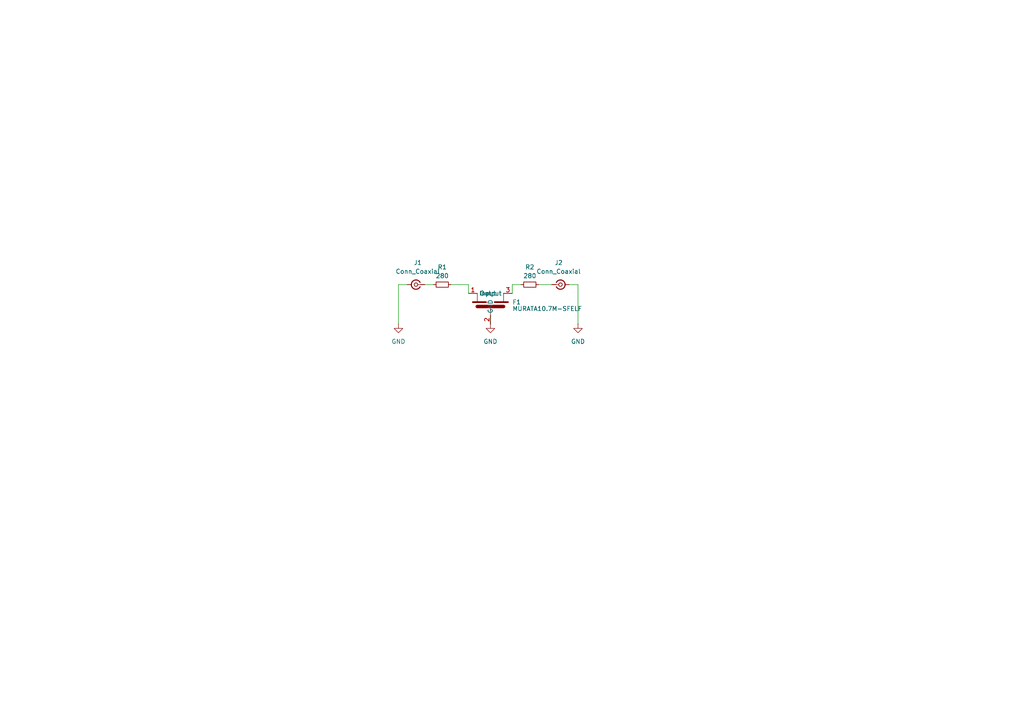
<source format=kicad_sch>
(kicad_sch
	(version 20231120)
	(generator "eeschema")
	(generator_version "8.0")
	(uuid "46bbc6fb-66ff-4425-b9e9-ad5aa84f6d82")
	(paper "A4")
	(lib_symbols
		(symbol "Connector:Conn_Coaxial_Small"
			(pin_numbers hide)
			(pin_names
				(offset 1.016) hide)
			(exclude_from_sim no)
			(in_bom yes)
			(on_board yes)
			(property "Reference" "J"
				(at 0.254 3.048 0)
				(effects
					(font
						(size 1.27 1.27)
					)
				)
			)
			(property "Value" "Conn_Coaxial_Small"
				(at 0 -3.81 0)
				(effects
					(font
						(size 1.27 1.27)
					)
				)
			)
			(property "Footprint" ""
				(at 0 0 0)
				(effects
					(font
						(size 1.27 1.27)
					)
					(hide yes)
				)
			)
			(property "Datasheet" "~"
				(at 0 0 0)
				(effects
					(font
						(size 1.27 1.27)
					)
					(hide yes)
				)
			)
			(property "Description" "small coaxial connector (BNC, SMA, SMB, SMC, Cinch/RCA, LEMO, ...)"
				(at 0 0 0)
				(effects
					(font
						(size 1.27 1.27)
					)
					(hide yes)
				)
			)
			(property "ki_keywords" "BNC SMA SMB SMC LEMO coaxial connector CINCH RCA MCX MMCX U.FL UMRF"
				(at 0 0 0)
				(effects
					(font
						(size 1.27 1.27)
					)
					(hide yes)
				)
			)
			(property "ki_fp_filters" "*BNC* *SMA* *SMB* *SMC* *Cinch* *LEMO* *UMRF* *MCX* *U.FL*"
				(at 0 0 0)
				(effects
					(font
						(size 1.27 1.27)
					)
					(hide yes)
				)
			)
			(symbol "Conn_Coaxial_Small_0_1"
				(polyline
					(pts
						(xy -2.54 0) (xy -0.508 0)
					)
					(stroke
						(width 0)
						(type default)
					)
					(fill
						(type none)
					)
				)
				(circle
					(center 0 0)
					(radius 0.508)
					(stroke
						(width 0.2032)
						(type default)
					)
					(fill
						(type none)
					)
				)
			)
			(symbol "Conn_Coaxial_Small_1_1"
				(arc
					(start -1.1916 -0.6311)
					(mid 0.327 -1.3081)
					(end 1.3484 0.0039)
					(stroke
						(width 0.3048)
						(type default)
					)
					(fill
						(type none)
					)
				)
				(arc
					(start 1.3484 -0.0039)
					(mid 0.327 1.3081)
					(end -1.1916 0.6311)
					(stroke
						(width 0.3048)
						(type default)
					)
					(fill
						(type none)
					)
				)
				(pin passive line
					(at -2.54 0 0)
					(length 1.27)
					(name "In"
						(effects
							(font
								(size 1.27 1.27)
							)
						)
					)
					(number "1"
						(effects
							(font
								(size 1.27 1.27)
							)
						)
					)
				)
				(pin passive line
					(at 2.54 0 180)
					(length 1.27)
					(name "Ext"
						(effects
							(font
								(size 1.27 1.27)
							)
						)
					)
					(number "2"
						(effects
							(font
								(size 1.27 1.27)
							)
						)
					)
				)
			)
		)
		(symbol "Device:R_Small"
			(pin_numbers hide)
			(pin_names
				(offset 0.254) hide)
			(exclude_from_sim no)
			(in_bom yes)
			(on_board yes)
			(property "Reference" "R"
				(at 0.762 0.508 0)
				(effects
					(font
						(size 1.27 1.27)
					)
					(justify left)
				)
			)
			(property "Value" "R_Small"
				(at 0.762 -1.016 0)
				(effects
					(font
						(size 1.27 1.27)
					)
					(justify left)
				)
			)
			(property "Footprint" ""
				(at 0 0 0)
				(effects
					(font
						(size 1.27 1.27)
					)
					(hide yes)
				)
			)
			(property "Datasheet" "~"
				(at 0 0 0)
				(effects
					(font
						(size 1.27 1.27)
					)
					(hide yes)
				)
			)
			(property "Description" "Resistor, small symbol"
				(at 0 0 0)
				(effects
					(font
						(size 1.27 1.27)
					)
					(hide yes)
				)
			)
			(property "ki_keywords" "R resistor"
				(at 0 0 0)
				(effects
					(font
						(size 1.27 1.27)
					)
					(hide yes)
				)
			)
			(property "ki_fp_filters" "R_*"
				(at 0 0 0)
				(effects
					(font
						(size 1.27 1.27)
					)
					(hide yes)
				)
			)
			(symbol "R_Small_0_1"
				(rectangle
					(start -0.762 1.778)
					(end 0.762 -1.778)
					(stroke
						(width 0.2032)
						(type default)
					)
					(fill
						(type none)
					)
				)
			)
			(symbol "R_Small_1_1"
				(pin passive line
					(at 0 2.54 270)
					(length 0.762)
					(name "~"
						(effects
							(font
								(size 1.27 1.27)
							)
						)
					)
					(number "1"
						(effects
							(font
								(size 1.27 1.27)
							)
						)
					)
				)
				(pin passive line
					(at 0 -2.54 90)
					(length 0.762)
					(name "~"
						(effects
							(font
								(size 1.27 1.27)
							)
						)
					)
					(number "2"
						(effects
							(font
								(size 1.27 1.27)
							)
						)
					)
				)
			)
		)
		(symbol "Filtry_ceramiczne-sym:FIltr-ceramiczny-SFELF"
			(exclude_from_sim no)
			(in_bom yes)
			(on_board yes)
			(property "Reference" "F1"
				(at 6.35 1.2701 0)
				(effects
					(font
						(size 1.27 1.27)
					)
					(justify left)
				)
			)
			(property "Value" "MURATA10.7M-SFELF"
				(at 6.35 -0.635 0)
				(effects
					(font
						(size 1.27 1.27)
					)
					(justify left)
				)
			)
			(property "Footprint" "Filtr-ceramiczny:SFELF10M7-MURATA"
				(at 0 0 0)
				(effects
					(font
						(size 1.27 1.27)
					)
					(hide yes)
				)
			)
			(property "Datasheet" ""
				(at 0 0 0)
				(effects
					(font
						(size 1.27 1.27)
					)
					(hide yes)
				)
			)
			(property "Description" ""
				(at 0 0 0)
				(effects
					(font
						(size 1.27 1.27)
					)
					(hide yes)
				)
			)
			(symbol "FIltr-ceramiczny-SFELF_0_1"
				(polyline
					(pts
						(xy 3.81 1.27) (xy 3.81 1.27)
					)
					(stroke
						(width 0)
						(type default)
					)
					(fill
						(type none)
					)
				)
				(polyline
					(pts
						(xy 3.81 1.27) (xy 3.81 1.27)
					)
					(stroke
						(width 0)
						(type default)
					)
					(fill
						(type none)
					)
				)
			)
			(symbol "FIltr-ceramiczny-SFELF_1_1"
				(polyline
					(pts
						(xy -5.08 1.27) (xy -1.27 1.27)
					)
					(stroke
						(width 0.5)
						(type solid)
					)
					(fill
						(type none)
					)
				)
				(polyline
					(pts
						(xy -3.81 0) (xy 3.81 0)
					)
					(stroke
						(width 1)
						(type solid)
					)
					(fill
						(type none)
					)
				)
				(polyline
					(pts
						(xy -3.81 3.81) (xy -3.81 1.27)
					)
					(stroke
						(width 0)
						(type default)
					)
					(fill
						(type none)
					)
				)
				(polyline
					(pts
						(xy 0 -2.54) (xy 0 0)
					)
					(stroke
						(width 0)
						(type default)
					)
					(fill
						(type none)
					)
				)
				(polyline
					(pts
						(xy 3.81 3.81) (xy 3.81 1.27)
					)
					(stroke
						(width 0)
						(type default)
					)
					(fill
						(type none)
					)
				)
				(polyline
					(pts
						(xy 5.08 1.27) (xy 1.27 1.27)
					)
					(stroke
						(width 0.5)
						(type solid)
					)
					(fill
						(type none)
					)
				)
				(pin input line
					(at -6.35 3.81 0)
					(length 2.54)
					(name "Input"
						(effects
							(font
								(size 1.27 1.27)
							)
						)
					)
					(number "1"
						(effects
							(font
								(size 1.27 1.27)
							)
						)
					)
				)
				(pin passive line
					(at 0 -5.08 90)
					(length 2.54)
					(name "GND"
						(effects
							(font
								(size 1.27 1.27)
							)
						)
					)
					(number "2"
						(effects
							(font
								(size 1.27 1.27)
							)
						)
					)
				)
				(pin output line
					(at 6.35 3.81 180)
					(length 2.54)
					(name "Output"
						(effects
							(font
								(size 1.27 1.27)
							)
						)
					)
					(number "3"
						(effects
							(font
								(size 1.27 1.27)
							)
						)
					)
				)
			)
		)
		(symbol "power:GND"
			(power)
			(pin_numbers hide)
			(pin_names
				(offset 0) hide)
			(exclude_from_sim no)
			(in_bom yes)
			(on_board yes)
			(property "Reference" "#PWR"
				(at 0 -6.35 0)
				(effects
					(font
						(size 1.27 1.27)
					)
					(hide yes)
				)
			)
			(property "Value" "GND"
				(at 0 -3.81 0)
				(effects
					(font
						(size 1.27 1.27)
					)
				)
			)
			(property "Footprint" ""
				(at 0 0 0)
				(effects
					(font
						(size 1.27 1.27)
					)
					(hide yes)
				)
			)
			(property "Datasheet" ""
				(at 0 0 0)
				(effects
					(font
						(size 1.27 1.27)
					)
					(hide yes)
				)
			)
			(property "Description" "Power symbol creates a global label with name \"GND\" , ground"
				(at 0 0 0)
				(effects
					(font
						(size 1.27 1.27)
					)
					(hide yes)
				)
			)
			(property "ki_keywords" "global power"
				(at 0 0 0)
				(effects
					(font
						(size 1.27 1.27)
					)
					(hide yes)
				)
			)
			(symbol "GND_0_1"
				(polyline
					(pts
						(xy 0 0) (xy 0 -1.27) (xy 1.27 -1.27) (xy 0 -2.54) (xy -1.27 -1.27) (xy 0 -1.27)
					)
					(stroke
						(width 0)
						(type default)
					)
					(fill
						(type none)
					)
				)
			)
			(symbol "GND_1_1"
				(pin power_in line
					(at 0 0 270)
					(length 0)
					(name "~"
						(effects
							(font
								(size 1.27 1.27)
							)
						)
					)
					(number "1"
						(effects
							(font
								(size 1.27 1.27)
							)
						)
					)
				)
			)
		)
	)
	(wire
		(pts
			(xy 167.64 82.55) (xy 167.64 93.98)
		)
		(stroke
			(width 0)
			(type default)
		)
		(uuid "0e43455b-4dbf-4d03-9cc3-2f5d8654e88e")
	)
	(wire
		(pts
			(xy 118.11 82.55) (xy 115.57 82.55)
		)
		(stroke
			(width 0)
			(type default)
		)
		(uuid "58895a51-be30-45bf-b442-45975cf432d9")
	)
	(wire
		(pts
			(xy 148.59 82.55) (xy 151.13 82.55)
		)
		(stroke
			(width 0)
			(type default)
		)
		(uuid "7b94f0e1-a88e-472c-a583-93c52be4d081")
	)
	(wire
		(pts
			(xy 130.81 82.55) (xy 135.89 82.55)
		)
		(stroke
			(width 0)
			(type default)
		)
		(uuid "83442552-12e1-406c-9256-96ad9bf2e13e")
	)
	(wire
		(pts
			(xy 142.24 93.98) (xy 142.24 91.44)
		)
		(stroke
			(width 0)
			(type default)
		)
		(uuid "9539baba-2bf9-4cdb-861d-909e69ab8904")
	)
	(wire
		(pts
			(xy 135.89 82.55) (xy 135.89 85.09)
		)
		(stroke
			(width 0)
			(type default)
		)
		(uuid "aaaa06bb-610f-4dfd-bdf6-f931f57e1dfc")
	)
	(wire
		(pts
			(xy 156.21 82.55) (xy 160.02 82.55)
		)
		(stroke
			(width 0)
			(type default)
		)
		(uuid "bc8b9e3a-e2e8-4f64-a4aa-af0286d7924f")
	)
	(wire
		(pts
			(xy 148.59 85.09) (xy 148.59 82.55)
		)
		(stroke
			(width 0)
			(type default)
		)
		(uuid "d255d010-f6a5-4a96-af57-560ad6e3cc4f")
	)
	(wire
		(pts
			(xy 123.19 82.55) (xy 125.73 82.55)
		)
		(stroke
			(width 0)
			(type default)
		)
		(uuid "e2543462-f8d4-4b4f-8450-a22a37ec971a")
	)
	(wire
		(pts
			(xy 165.1 82.55) (xy 167.64 82.55)
		)
		(stroke
			(width 0)
			(type default)
		)
		(uuid "e8fa2f5b-a51e-498e-9543-8b768cebc4af")
	)
	(wire
		(pts
			(xy 115.57 82.55) (xy 115.57 93.98)
		)
		(stroke
			(width 0)
			(type default)
		)
		(uuid "f11644f3-5949-4a0e-acf4-f3d2a9ce0390")
	)
	(symbol
		(lib_id "Connector:Conn_Coaxial_Small")
		(at 162.56 82.55 0)
		(mirror x)
		(unit 1)
		(exclude_from_sim no)
		(in_bom yes)
		(on_board yes)
		(dnp no)
		(uuid "2f26ed67-5d70-43cd-83d7-fccc4eb84de8")
		(property "Reference" "J2"
			(at 162.0405 76.2 0)
			(effects
				(font
					(size 1.27 1.27)
				)
			)
		)
		(property "Value" "Conn_Coaxial"
			(at 162.0405 78.74 0)
			(effects
				(font
					(size 1.27 1.27)
				)
			)
		)
		(property "Footprint" "Connector_Coaxial:SMA_Molex_73251-1153_EdgeMount_Horizontal"
			(at 162.56 82.55 0)
			(effects
				(font
					(size 1.27 1.27)
				)
				(hide yes)
			)
		)
		(property "Datasheet" "~"
			(at 162.56 82.55 0)
			(effects
				(font
					(size 1.27 1.27)
				)
				(hide yes)
			)
		)
		(property "Description" "small coaxial connector (BNC, SMA, SMB, SMC, Cinch/RCA, LEMO, ...)"
			(at 162.56 82.55 0)
			(effects
				(font
					(size 1.27 1.27)
				)
				(hide yes)
			)
		)
		(pin "2"
			(uuid "d0323da9-0ba1-491e-bad4-90ee87da73fc")
		)
		(pin "1"
			(uuid "ad7cc3ea-0a22-407e-9742-7dd6c4d99b2a")
		)
		(instances
			(project "Filtr10-7MHz-PCB"
				(path "/46bbc6fb-66ff-4425-b9e9-ad5aa84f6d82"
					(reference "J2")
					(unit 1)
				)
			)
		)
	)
	(symbol
		(lib_id "Device:R_Small")
		(at 128.27 82.55 90)
		(unit 1)
		(exclude_from_sim no)
		(in_bom yes)
		(on_board yes)
		(dnp no)
		(fields_autoplaced yes)
		(uuid "7681493f-d3b3-4c40-8cb7-18b94cf66919")
		(property "Reference" "R1"
			(at 128.27 77.47 90)
			(effects
				(font
					(size 1.27 1.27)
				)
			)
		)
		(property "Value" "280"
			(at 128.27 80.01 90)
			(effects
				(font
					(size 1.27 1.27)
				)
			)
		)
		(property "Footprint" "Resistor_SMD:R_0805_2012Metric_Pad1.20x1.40mm_HandSolder"
			(at 128.27 82.55 0)
			(effects
				(font
					(size 1.27 1.27)
				)
				(hide yes)
			)
		)
		(property "Datasheet" "~"
			(at 128.27 82.55 0)
			(effects
				(font
					(size 1.27 1.27)
				)
				(hide yes)
			)
		)
		(property "Description" "Resistor, small symbol"
			(at 128.27 82.55 0)
			(effects
				(font
					(size 1.27 1.27)
				)
				(hide yes)
			)
		)
		(pin "1"
			(uuid "8a4de16a-e415-4622-9754-b1b99d3bb039")
		)
		(pin "2"
			(uuid "192f2d47-0cb4-4d2f-9165-5484298f8198")
		)
		(instances
			(project ""
				(path "/46bbc6fb-66ff-4425-b9e9-ad5aa84f6d82"
					(reference "R1")
					(unit 1)
				)
			)
		)
	)
	(symbol
		(lib_id "Device:R_Small")
		(at 153.67 82.55 90)
		(unit 1)
		(exclude_from_sim no)
		(in_bom yes)
		(on_board yes)
		(dnp no)
		(fields_autoplaced yes)
		(uuid "a003e470-f887-46e7-b651-094fd633316a")
		(property "Reference" "R2"
			(at 153.67 77.47 90)
			(effects
				(font
					(size 1.27 1.27)
				)
			)
		)
		(property "Value" "280"
			(at 153.67 80.01 90)
			(effects
				(font
					(size 1.27 1.27)
				)
			)
		)
		(property "Footprint" "Resistor_SMD:R_0805_2012Metric_Pad1.20x1.40mm_HandSolder"
			(at 153.67 82.55 0)
			(effects
				(font
					(size 1.27 1.27)
				)
				(hide yes)
			)
		)
		(property "Datasheet" "~"
			(at 153.67 82.55 0)
			(effects
				(font
					(size 1.27 1.27)
				)
				(hide yes)
			)
		)
		(property "Description" "Resistor, small symbol"
			(at 153.67 82.55 0)
			(effects
				(font
					(size 1.27 1.27)
				)
				(hide yes)
			)
		)
		(pin "2"
			(uuid "d57d2cf9-8f07-47af-9a22-a7976d5170a3")
		)
		(pin "1"
			(uuid "99bbb96a-8fba-460e-8033-8872760aa828")
		)
		(instances
			(project ""
				(path "/46bbc6fb-66ff-4425-b9e9-ad5aa84f6d82"
					(reference "R2")
					(unit 1)
				)
			)
		)
	)
	(symbol
		(lib_id "Filtry_ceramiczne-sym:FIltr-ceramiczny-SFELF")
		(at 142.24 88.9 0)
		(unit 1)
		(exclude_from_sim no)
		(in_bom yes)
		(on_board yes)
		(dnp no)
		(fields_autoplaced yes)
		(uuid "ac3d95bd-4b0c-444a-b569-f55fae8fabc3")
		(property "Reference" "F1"
			(at 148.59 87.6299 0)
			(effects
				(font
					(size 1.27 1.27)
				)
				(justify left)
			)
		)
		(property "Value" "MURATA10.7M-SFELF"
			(at 148.59 89.535 0)
			(effects
				(font
					(size 1.27 1.27)
				)
				(justify left)
			)
		)
		(property "Footprint" "Filtr-ceramiczny:SFELF10M7-MURATA"
			(at 142.24 88.9 0)
			(effects
				(font
					(size 1.27 1.27)
				)
				(hide yes)
			)
		)
		(property "Datasheet" ""
			(at 142.24 88.9 0)
			(effects
				(font
					(size 1.27 1.27)
				)
				(hide yes)
			)
		)
		(property "Description" ""
			(at 142.24 88.9 0)
			(effects
				(font
					(size 1.27 1.27)
				)
				(hide yes)
			)
		)
		(pin "1"
			(uuid "d9833d66-1c8d-4a7b-b66d-7a5c9c4d8de5")
		)
		(pin "3"
			(uuid "18da33fe-75d7-4ff6-a401-82f15ab1b8d2")
		)
		(pin "2"
			(uuid "3bfe1450-8ed8-4114-ac7b-0b75ca4d4d97")
		)
		(instances
			(project ""
				(path "/46bbc6fb-66ff-4425-b9e9-ad5aa84f6d82"
					(reference "F1")
					(unit 1)
				)
			)
		)
	)
	(symbol
		(lib_id "power:GND")
		(at 115.57 93.98 0)
		(unit 1)
		(exclude_from_sim no)
		(in_bom yes)
		(on_board yes)
		(dnp no)
		(fields_autoplaced yes)
		(uuid "b0bb4653-ffdc-4dea-b292-387ade6a9ed6")
		(property "Reference" "#PWR02"
			(at 115.57 100.33 0)
			(effects
				(font
					(size 1.27 1.27)
				)
				(hide yes)
			)
		)
		(property "Value" "GND"
			(at 115.57 99.06 0)
			(effects
				(font
					(size 1.27 1.27)
				)
			)
		)
		(property "Footprint" ""
			(at 115.57 93.98 0)
			(effects
				(font
					(size 1.27 1.27)
				)
				(hide yes)
			)
		)
		(property "Datasheet" ""
			(at 115.57 93.98 0)
			(effects
				(font
					(size 1.27 1.27)
				)
				(hide yes)
			)
		)
		(property "Description" "Power symbol creates a global label with name \"GND\" , ground"
			(at 115.57 93.98 0)
			(effects
				(font
					(size 1.27 1.27)
				)
				(hide yes)
			)
		)
		(pin "1"
			(uuid "b4503077-56aa-4114-b016-a2c577d2bd83")
		)
		(instances
			(project ""
				(path "/46bbc6fb-66ff-4425-b9e9-ad5aa84f6d82"
					(reference "#PWR02")
					(unit 1)
				)
			)
		)
	)
	(symbol
		(lib_id "power:GND")
		(at 142.24 93.98 0)
		(unit 1)
		(exclude_from_sim no)
		(in_bom yes)
		(on_board yes)
		(dnp no)
		(fields_autoplaced yes)
		(uuid "d292c522-6d16-41ad-86fd-80e16bb12efb")
		(property "Reference" "#PWR01"
			(at 142.24 100.33 0)
			(effects
				(font
					(size 1.27 1.27)
				)
				(hide yes)
			)
		)
		(property "Value" "GND"
			(at 142.24 99.06 0)
			(effects
				(font
					(size 1.27 1.27)
				)
			)
		)
		(property "Footprint" ""
			(at 142.24 93.98 0)
			(effects
				(font
					(size 1.27 1.27)
				)
				(hide yes)
			)
		)
		(property "Datasheet" ""
			(at 142.24 93.98 0)
			(effects
				(font
					(size 1.27 1.27)
				)
				(hide yes)
			)
		)
		(property "Description" "Power symbol creates a global label with name \"GND\" , ground"
			(at 142.24 93.98 0)
			(effects
				(font
					(size 1.27 1.27)
				)
				(hide yes)
			)
		)
		(pin "1"
			(uuid "a490e40c-42e9-4734-889d-044045843392")
		)
		(instances
			(project ""
				(path "/46bbc6fb-66ff-4425-b9e9-ad5aa84f6d82"
					(reference "#PWR01")
					(unit 1)
				)
			)
		)
	)
	(symbol
		(lib_id "Connector:Conn_Coaxial_Small")
		(at 120.65 82.55 180)
		(unit 1)
		(exclude_from_sim no)
		(in_bom yes)
		(on_board yes)
		(dnp no)
		(fields_autoplaced yes)
		(uuid "d5dd0faa-d9e9-4957-8219-9038777e2fcb")
		(property "Reference" "J1"
			(at 121.1695 76.2 0)
			(effects
				(font
					(size 1.27 1.27)
				)
			)
		)
		(property "Value" "Conn_Coaxial"
			(at 121.1695 78.74 0)
			(effects
				(font
					(size 1.27 1.27)
				)
			)
		)
		(property "Footprint" "Connector_Coaxial:SMA_Molex_73251-1153_EdgeMount_Horizontal"
			(at 120.65 82.55 0)
			(effects
				(font
					(size 1.27 1.27)
				)
				(hide yes)
			)
		)
		(property "Datasheet" "~"
			(at 120.65 82.55 0)
			(effects
				(font
					(size 1.27 1.27)
				)
				(hide yes)
			)
		)
		(property "Description" "small coaxial connector (BNC, SMA, SMB, SMC, Cinch/RCA, LEMO, ...)"
			(at 120.65 82.55 0)
			(effects
				(font
					(size 1.27 1.27)
				)
				(hide yes)
			)
		)
		(pin "2"
			(uuid "fea9c2c8-9082-44c0-b701-9a3446d88111")
		)
		(pin "1"
			(uuid "e2ee5c71-7e3f-4d13-84e0-37ff2dcc5d25")
		)
		(instances
			(project ""
				(path "/46bbc6fb-66ff-4425-b9e9-ad5aa84f6d82"
					(reference "J1")
					(unit 1)
				)
			)
		)
	)
	(symbol
		(lib_id "power:GND")
		(at 167.64 93.98 0)
		(unit 1)
		(exclude_from_sim no)
		(in_bom yes)
		(on_board yes)
		(dnp no)
		(fields_autoplaced yes)
		(uuid "f5fe2485-e53c-4d45-9e0e-a74ece908ccd")
		(property "Reference" "#PWR03"
			(at 167.64 100.33 0)
			(effects
				(font
					(size 1.27 1.27)
				)
				(hide yes)
			)
		)
		(property "Value" "GND"
			(at 167.64 99.06 0)
			(effects
				(font
					(size 1.27 1.27)
				)
			)
		)
		(property "Footprint" ""
			(at 167.64 93.98 0)
			(effects
				(font
					(size 1.27 1.27)
				)
				(hide yes)
			)
		)
		(property "Datasheet" ""
			(at 167.64 93.98 0)
			(effects
				(font
					(size 1.27 1.27)
				)
				(hide yes)
			)
		)
		(property "Description" "Power symbol creates a global label with name \"GND\" , ground"
			(at 167.64 93.98 0)
			(effects
				(font
					(size 1.27 1.27)
				)
				(hide yes)
			)
		)
		(pin "1"
			(uuid "1b4de73c-3f6b-468e-8527-c1f967f227e1")
		)
		(instances
			(project ""
				(path "/46bbc6fb-66ff-4425-b9e9-ad5aa84f6d82"
					(reference "#PWR03")
					(unit 1)
				)
			)
		)
	)
	(sheet_instances
		(path "/"
			(page "1")
		)
	)
)

</source>
